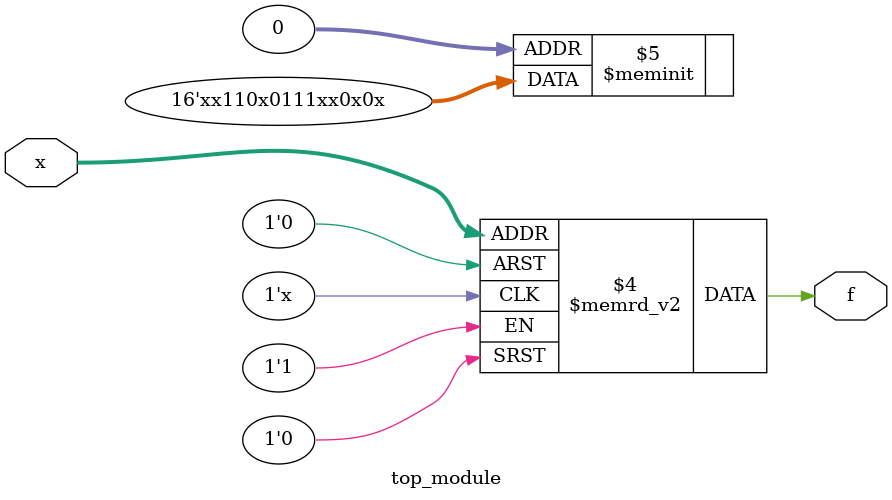
<source format=sv>
module top_module (
    input [4:1] x,
    output logic f
);

always_comb begin
    case ({x[4], x[3], x[2], x[1]})
        4'b0001, 4'b0011, 4'b1001, 4'b1011: f = 1'b0;
        4'b0110: f = 1'b1;
        4'b0111, 4'b1000, 4'b1100, 4'b1101: f = 1'b1;
        default: f = 1'bx; // Don't care conditions
    endcase
end

endmodule

</source>
